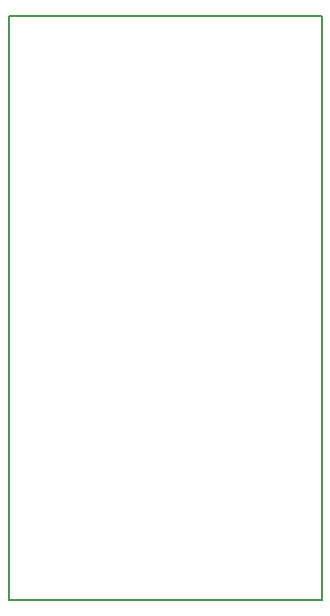
<source format=gm1>
G04 #@! TF.FileFunction,Profile,NP*
%FSLAX46Y46*%
G04 Gerber Fmt 4.6, Leading zero omitted, Abs format (unit mm)*
G04 Created by KiCad (PCBNEW 4.0.6) date Wednesday, September 13, 2017 'PMt' 03:29:23 PM*
%MOMM*%
%LPD*%
G01*
G04 APERTURE LIST*
%ADD10C,0.100000*%
%ADD11C,0.150000*%
G04 APERTURE END LIST*
D10*
D11*
X203000000Y-125500000D02*
X203000000Y-76000000D01*
X176500000Y-125500000D02*
X203000000Y-125500000D01*
X176500000Y-76000000D02*
X176500000Y-125500000D01*
X203000000Y-76000000D02*
X176500000Y-76000000D01*
M02*

</source>
